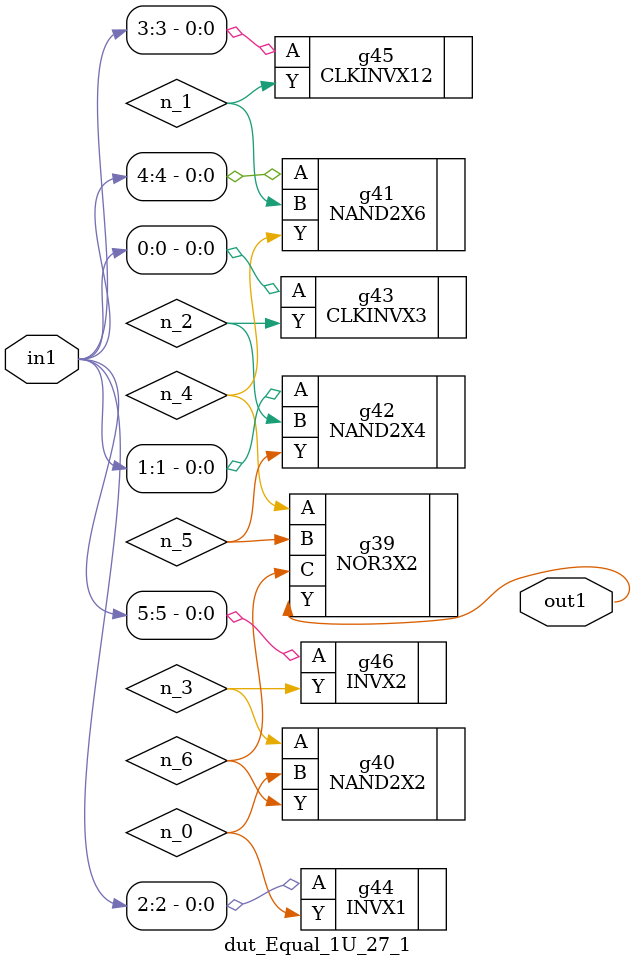
<source format=v>
`timescale 1ps / 1ps


module dut_Equal_1U_27_1(in1, out1);
  input [5:0] in1;
  output out1;
  wire [5:0] in1;
  wire out1;
  wire n_0, n_1, n_2, n_3, n_4, n_5, n_6;
  NOR3X2 g39(.A (n_4), .B (n_5), .C (n_6), .Y (out1));
  NAND2X2 g40(.A (n_3), .B (n_0), .Y (n_6));
  NAND2X4 g42(.A (in1[1]), .B (n_2), .Y (n_5));
  NAND2X6 g41(.A (in1[4]), .B (n_1), .Y (n_4));
  INVX2 g46(.A (in1[5]), .Y (n_3));
  CLKINVX3 g43(.A (in1[0]), .Y (n_2));
  CLKINVX12 g45(.A (in1[3]), .Y (n_1));
  INVX1 g44(.A (in1[2]), .Y (n_0));
endmodule



</source>
